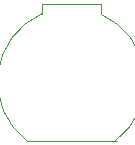
<source format=gbr>
G04 (created by PCBNEW (2013-jul-07)-stable) date Sun 26 Apr 2015 15:04:57 BST*
%MOIN*%
G04 Gerber Fmt 3.4, Leading zero omitted, Abs format*
%FSLAX34Y34*%
G01*
G70*
G90*
G04 APERTURE LIST*
%ADD10C,0.00590551*%
%ADD11C,0.00393701*%
G04 APERTURE END LIST*
G54D10*
G54D11*
X18687Y-17422D02*
G75*
G03X18190Y-21654I997J-2262D01*
G74*
G01*
X21135Y-21659D02*
G75*
G03X20669Y-17441I-1450J1974D01*
G74*
G01*
X18700Y-17086D02*
X18700Y-17440D01*
X19685Y-17086D02*
X18700Y-17086D01*
X20669Y-17086D02*
X20669Y-17440D01*
X19685Y-17086D02*
X20669Y-17086D01*
X19685Y-21653D02*
X18188Y-21653D01*
X19685Y-21653D02*
X21181Y-21653D01*
M02*

</source>
